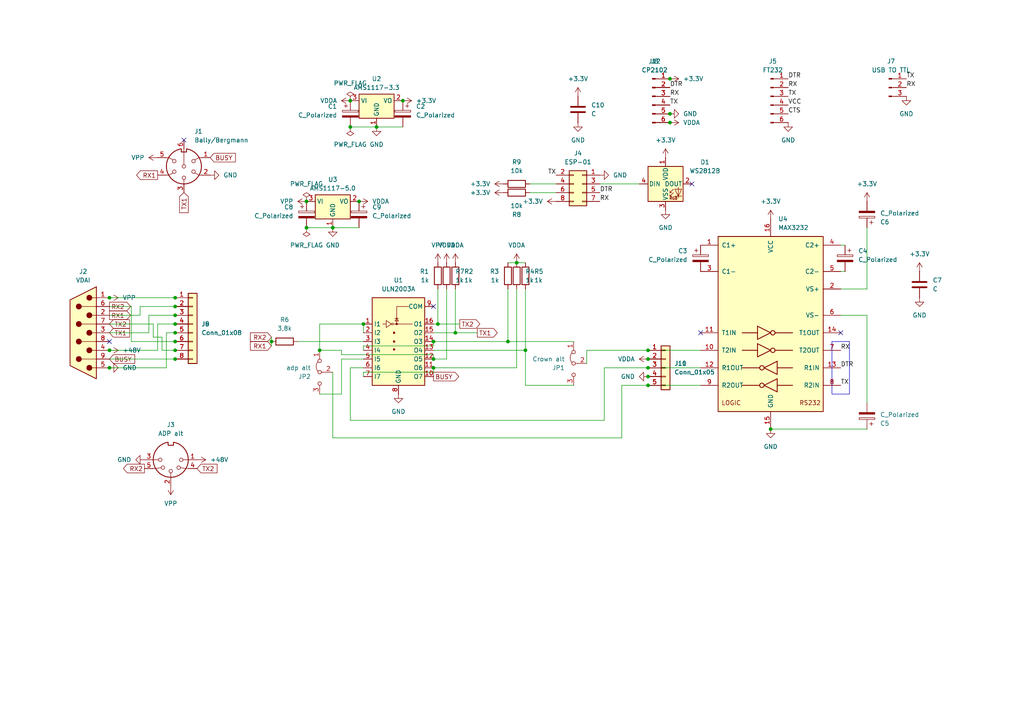
<source format=kicad_sch>
(kicad_sch (version 20231120) (generator "eeschema") (generator_version "8.0")
  (paper "A4")
  (lib_symbols
    (symbol "Connector:Conn_01x03_Pin" (pin_names (offset 1.016) hide)
      (property "Reference" "J" (at 0 5.08 0))
      (property "Value" "Conn_01x03_Pin" (at 0 -5.08 0))
      (symbol "Conn_01x03_Pin_1_1"
        (pin passive line (at 5.08 2.54 180) (length 3.81) (name "Pin_1") (number "1"))
        (pin passive line (at 5.08 0 180) (length 3.81) (name "Pin_2") (number "2"))
        (pin passive line (at 5.08 -2.54 180) (length 3.81) (name "Pin_3") (number "3"))
      )
    )
    (symbol "Connector:Conn_01x06_Pin" (pin_names (offset 1.016) hide)
      (property "Reference" "J" (at 0 7.62 0))
      (property "Value" "Conn_01x06_Pin" (at 0 -10.16 0))
      (symbol "Conn_01x06_Pin_1_1"
        (pin passive line (at 5.08 5.08 180) (length 3.81) (name "Pin_1") (number "1"))
        (pin passive line (at 5.08 2.54 180) (length 3.81) (name "Pin_2") (number "2"))
        (pin passive line (at 5.08 0 180) (length 3.81) (name "Pin_3") (number "3"))
        (pin passive line (at 5.08 -2.54 180) (length 3.81) (name "Pin_4") (number "4"))
        (pin passive line (at 5.08 -5.08 180) (length 3.81) (name "Pin_5") (number "5"))
        (pin passive line (at 5.08 -7.62 180) (length 3.81) (name "Pin_6") (number "6"))
      )
    )
    (symbol "Connector:DE9_Plug" (pin_names (offset 1.016) hide)
      (property "Reference" "J" (at 0 13.97 0))
      (property "Value" "DE9_Plug" (at 0 -14.605 0))
      (symbol "DE9_Plug_1_1"
        (pin passive line (at -7.62 -10.16 0) (length 3.81) (name "1") (number "1"))
        (pin passive line (at -7.62 -5.08 0) (length 3.81) (name "2") (number "2"))
        (pin passive line (at -7.62 0 0) (length 3.81) (name "3") (number "3"))
        (pin passive line (at -7.62 5.08 0) (length 3.81) (name "4") (number "4"))
        (pin passive line (at -7.62 10.16 0) (length 3.81) (name "5") (number "5"))
        (pin passive line (at -7.62 -7.62 0) (length 3.81) (name "6") (number "6"))
        (pin passive line (at -7.62 -2.54 0) (length 3.81) (name "7") (number "7"))
        (pin passive line (at -7.62 2.54 0) (length 3.81) (name "8") (number "8"))
        (pin passive line (at -7.62 7.62 0) (length 3.81) (name "9") (number "9"))
      )
    )
    (symbol "Connector:DIN-5_180degree" (pin_names (offset 1.016))
      (property "Reference" "J" (at 3.175 5.715 0))
      (property "Value" "DIN-5_180degree" (at 0 -6.35 0))
      (symbol "DIN-5_180degree_1_1"
        (pin passive line (at -7.62 0 0) (length 2.54) (name "~") (number "1"))
        (pin passive line (at 0 7.62 270) (length 2.54) (name "~") (number "2"))
        (pin passive line (at 7.62 0 180) (length 2.54) (name "~") (number "3"))
        (pin passive line (at -7.62 2.54 0) (length 2.54) (name "~") (number "4"))
        (pin passive line (at 7.62 2.54 180) (length 2.54) (name "~") (number "5"))
      )
    )
    (symbol "Connector:DIN-6" (pin_names (offset 1.016))
      (property "Reference" "J" (at 3.175 5.715 0))
      (property "Value" "DIN-6" (at 4.445 -4.445 0))
      (symbol "DIN-6_1_1"
        (pin passive line (at -7.62 -2.54 0) (length 2.54) (name "~") (number "1"))
        (pin passive line (at -7.62 2.54 0) (length 2.54) (name "~") (number "2"))
        (pin passive line (at 0 7.62 270) (length 2.54) (name "~") (number "3"))
        (pin passive line (at 7.62 2.54 180) (length 2.54) (name "~") (number "4"))
        (pin passive line (at 7.62 -2.54 180) (length 2.54) (name "~") (number "5"))
        (pin passive line (at 0 -7.62 90) (length 2.54) (name "~") (number "6"))
      )
    )
    (symbol "Connector_Generic:Conn_01x05" (pin_names (offset 1.016) hide)
      (property "Reference" "J" (at 0 7.62 0))
      (property "Value" "Conn_01x05" (at 0 -7.62 0))
      (symbol "Conn_01x05_1_1"
        (pin passive line (at -5.08 5.08 0) (length 3.81) (name "Pin_1") (number "1"))
        (pin passive line (at -5.08 2.54 0) (length 3.81) (name "Pin_2") (number "2"))
        (pin passive line (at -5.08 0 0) (length 3.81) (name "Pin_3") (number "3"))
        (pin passive line (at -5.08 -2.54 0) (length 3.81) (name "Pin_4") (number "4"))
        (pin passive line (at -5.08 -5.08 0) (length 3.81) (name "Pin_5") (number "5"))
      )
    )
    (symbol "Connector_Generic:Conn_01x08" (pin_names (offset 1.016) hide)
      (property "Reference" "J" (at 0 10.16 0))
      (property "Value" "Conn_01x08" (at 0 -12.7 0))
      (symbol "Conn_01x08_1_1"
        (pin passive line (at -5.08 7.62 0) (length 3.81) (name "Pin_1") (number "1"))
        (pin passive line (at -5.08 5.08 0) (length 3.81) (name "Pin_2") (number "2"))
        (pin passive line (at -5.08 2.54 0) (length 3.81) (name "Pin_3") (number "3"))
        (pin passive line (at -5.08 0 0) (length 3.81) (name "Pin_4") (number "4"))
        (pin passive line (at -5.08 -2.54 0) (length 3.81) (name "Pin_5") (number "5"))
        (pin passive line (at -5.08 -5.08 0) (length 3.81) (name "Pin_6") (number "6"))
        (pin passive line (at -5.08 -7.62 0) (length 3.81) (name "Pin_7") (number "7"))
        (pin passive line (at -5.08 -10.16 0) (length 3.81) (name "Pin_8") (number "8"))
      )
    )
    (symbol "Connector_Generic:Conn_02x04_Odd_Even" (pin_names (offset 1.016) hide)
      (property "Reference" "J" (at 1.27 5.08 0))
      (property "Value" "Conn_02x04_Odd_Even" (at 1.27 -7.62 0))
      (symbol "Conn_02x04_Odd_Even_1_1"
        (pin passive line (at -5.08 2.54 0) (length 3.81) (name "Pin_1") (number "1"))
        (pin passive line (at 7.62 2.54 180) (length 3.81) (name "Pin_2") (number "2"))
        (pin passive line (at -5.08 0 0) (length 3.81) (name "Pin_3") (number "3"))
        (pin passive line (at 7.62 0 180) (length 3.81) (name "Pin_4") (number "4"))
        (pin passive line (at -5.08 -2.54 0) (length 3.81) (name "Pin_5") (number "5"))
        (pin passive line (at 7.62 -2.54 180) (length 3.81) (name "Pin_6") (number "6"))
        (pin passive line (at -5.08 -5.08 0) (length 3.81) (name "Pin_7") (number "7"))
        (pin passive line (at 7.62 -5.08 180) (length 3.81) (name "Pin_8") (number "8"))
      )
    )
    (symbol "Device:C" (pin_numbers hide) (pin_names (offset 0.254))
      (property "Reference" "C" (at 0.635 2.54 0))
      (property "Value" "C" (at 0.635 -2.54 0))
      (symbol "C_1_1"
        (pin passive line (at 0 3.81 270) (length 2.794) (name "~") (number "1"))
        (pin passive line (at 0 -3.81 90) (length 2.794) (name "~") (number "2"))
      )
    )
    (symbol "Device:C_Polarized" (pin_numbers hide) (pin_names (offset 0.254))
      (property "Reference" "C" (at 0.635 2.54 0))
      (property "Value" "C_Polarized" (at 0.635 -2.54 0))
      (symbol "C_Polarized_1_1"
        (pin passive line (at 0 3.81 270) (length 2.794) (name "~") (number "1"))
        (pin passive line (at 0 -3.81 90) (length 2.794) (name "~") (number "2"))
      )
    )
    (symbol "Device:R" (pin_numbers hide) (pin_names (offset 0))
      (property "Reference" "R" (at 2.032 0 90))
      (property "Value" "R" (at 0 0 90))
      (symbol "R_1_1"
        (pin passive line (at 0 3.81 270) (length 1.27) (name "~") (number "1"))
        (pin passive line (at 0 -3.81 90) (length 1.27) (name "~") (number "2"))
      )
    )
    (symbol "Interface_UART:MAX3232" (pin_names (offset 1.016))
      (property "Reference" "U" (at -2.54 28.575 0))
      (property "Value" "MAX3232" (at -2.54 26.67 0))
      (symbol "MAX3232_0_0"
        (text "LOGIC" (at -11.43 -22.86 0) (effects (font (size 1.27 1.27))))
        (text "RS232" (at 11.43 -22.86 0) (effects (font (size 1.27 1.27))))
      )
      (symbol "MAX3232_1_1"
        (pin passive line (at -20.32 22.86 0) (length 5.08) (name "C1+") (number "1"))
        (pin input line (at -20.32 -7.62 0) (length 5.08) (name "T2IN") (number "10"))
        (pin input line (at -20.32 -2.54 0) (length 5.08) (name "T1IN") (number "11"))
        (pin output line (at -20.32 -12.7 0) (length 5.08) (name "R1OUT") (number "12"))
        (pin input line (at 20.32 -12.7 180) (length 5.08) (name "R1IN") (number "13"))
        (pin output line (at 20.32 -2.54 180) (length 5.08) (name "T1OUT") (number "14"))
        (pin power_in line (at 0 -30.48 90) (length 5.08) (name "GND") (number "15"))
        (pin power_in line (at 0 30.48 270) (length 5.08) (name "VCC") (number "16"))
        (pin power_out line (at 20.32 10.16 180) (length 5.08) (name "VS+") (number "2"))
        (pin passive line (at -20.32 15.24 0) (length 5.08) (name "C1-") (number "3"))
        (pin passive line (at 20.32 22.86 180) (length 5.08) (name "C2+") (number "4"))
        (pin passive line (at 20.32 15.24 180) (length 5.08) (name "C2-") (number "5"))
        (pin power_out line (at 20.32 2.54 180) (length 5.08) (name "VS-") (number "6"))
        (pin output line (at 20.32 -7.62 180) (length 5.08) (name "T2OUT") (number "7"))
        (pin input line (at 20.32 -17.78 180) (length 5.08) (name "R2IN") (number "8"))
        (pin output line (at -20.32 -17.78 0) (length 5.08) (name "R2OUT") (number "9"))
      )
    )
    (symbol "Jumper:Jumper_3_Bridged12" (pin_names (offset 0) hide) (exclude_from_sim yes) (in_bom no)
      (property "Reference" "JP" (at -2.54 -2.54 0))
      (property "Value" "Jumper_3_Bridged12" (at 0 2.794 0))
      (symbol "Jumper_3_Bridged12_1_1"
        (pin passive line (at -6.35 0 0) (length 2.54) (name "A") (number "1"))
        (pin passive line (at 0 -3.81 90) (length 2.54) (name "C") (number "2"))
        (pin passive line (at 6.35 0 180) (length 2.54) (name "B") (number "3"))
      )
    )
    (symbol "LED:WS2812B" (pin_names (offset 0.254))
      (property "Reference" "D" (at 5.08 5.715 0))
      (property "Value" "WS2812B" (at 1.27 -5.715 0))
      (symbol "WS2812B_0_0"
        (text "RGB" (at 2.286 -4.191 0) (effects (font (size 0.762 0.762))))
      )
      (symbol "WS2812B_1_1"
        (pin power_in line (at 0 7.62 270) (length 2.54) (name "VDD") (number "1"))
        (pin output line (at 7.62 0 180) (length 2.54) (name "DOUT") (number "2"))
        (pin power_in line (at 0 -7.62 90) (length 2.54) (name "VSS") (number "3"))
        (pin input line (at -7.62 0 0) (length 2.54) (name "DIN") (number "4"))
      )
    )
    (symbol "Regulator_Linear:AMS1117-3.3"
      (property "Reference" "U" (at -3.81 3.175 0))
      (property "Value" "AMS1117-3.3" (at 0 3.175 0))
      (symbol "AMS1117-3.3_1_1"
        (pin power_in line (at 0 -7.62 90) (length 2.54) (name "GND") (number "1"))
        (pin power_out line (at 7.62 0 180) (length 2.54) (name "VO") (number "2"))
        (pin power_in line (at -7.62 0 0) (length 2.54) (name "VI") (number "3"))
      )
    )
    (symbol "Regulator_Linear:AMS1117-5.0"
      (property "Reference" "U" (at -3.81 3.175 0))
      (property "Value" "AMS1117-5.0" (at 0 3.175 0))
      (symbol "AMS1117-5.0_1_1"
        (pin power_in line (at 0 -7.62 90) (length 2.54) (name "GND") (number "1"))
        (pin power_out line (at 7.62 0 180) (length 2.54) (name "VO") (number "2"))
        (pin power_in line (at -7.62 0 0) (length 2.54) (name "VI") (number "3"))
      )
    )
    (symbol "Transistor_Array:ULN2003A"
      (property "Reference" "U" (at 0 15.875 0))
      (property "Value" "ULN2003A" (at 0 13.97 0))
      (symbol "ULN2003A_1_1"
        (pin input line (at -10.16 5.08 0) (length 2.54) (name "I1") (number "1"))
        (pin open_collector line (at 10.16 -10.16 180) (length 2.54) (name "O7") (number "10"))
        (pin open_collector line (at 10.16 -7.62 180) (length 2.54) (name "O6") (number "11"))
        (pin open_collector line (at 10.16 -5.08 180) (length 2.54) (name "O5") (number "12"))
        (pin open_collector line (at 10.16 -2.54 180) (length 2.54) (name "O4") (number "13"))
        (pin open_collector line (at 10.16 0 180) (length 2.54) (name "O3") (number "14"))
        (pin open_collector line (at 10.16 2.54 180) (length 2.54) (name "O2") (number "15"))
        (pin open_collector line (at 10.16 5.08 180) (length 2.54) (name "O1") (number "16"))
        (pin input line (at -10.16 2.54 0) (length 2.54) (name "I2") (number "2"))
        (pin input line (at -10.16 0 0) (length 2.54) (name "I3") (number "3"))
        (pin input line (at -10.16 -2.54 0) (length 2.54) (name "I4") (number "4"))
        (pin input line (at -10.16 -5.08 0) (length 2.54) (name "I5") (number "5"))
        (pin input line (at -10.16 -7.62 0) (length 2.54) (name "I6") (number "6"))
        (pin input line (at -10.16 -10.16 0) (length 2.54) (name "I7") (number "7"))
        (pin power_in line (at 0 -15.24 90) (length 2.54) (name "GND") (number "8"))
        (pin passive line (at 10.16 10.16 180) (length 2.54) (name "COM") (number "9"))
      )
    )
    (symbol "power:+3.3V" (power) (pin_numbers hide) (pin_names (offset 0) hide)
      (property "Value" "+3.3V" (at 0 3.556 0))
      (symbol "+3.3V_1_1"
        (pin power_in line (at 0 0 90) (length 0) (name "~") (number "1"))
      )
    )
    (symbol "power:+48V" (power) (pin_numbers hide) (pin_names (offset 0) hide)
      (property "Value" "+48V" (at 0 3.556 0))
      (symbol "+48V_1_1"
        (pin power_in line (at 0 0 90) (length 0) (name "~") (number "1"))
      )
    )
    (symbol "power:GND" (power) (pin_numbers hide) (pin_names (offset 0) hide)
      (property "Value" "GND" (at 0 -3.81 0))
      (symbol "GND_1_1"
        (pin power_in line (at 0 0 270) (length 0) (name "~") (number "1"))
      )
    )
    (symbol "power:PWR_FLAG" (power) (pin_numbers hide) (pin_names (offset 0) hide)
      (property "Value" "PWR_FLAG" (at 0 3.81 0))
      (symbol "PWR_FLAG_0_0"
        (pin power_out line (at 0 0 90) (length 0) (name "~") (number "1"))
      )
    )
    (symbol "power:VDDA" (power) (pin_numbers hide) (pin_names (offset 0) hide)
      (property "Value" "VDDA" (at 0 3.556 0))
      (symbol "VDDA_1_1"
        (pin power_in line (at 0 0 90) (length 0) (name "~") (number "1"))
      )
    )
    (symbol "power:VPP" (power) (pin_numbers hide) (pin_names (offset 0) hide)
      (property "Value" "VPP" (at 0 3.556 0))
      (symbol "VPP_1_1"
        (pin power_in line (at 0 0 90) (length 0) (name "~") (number "1"))
      )
    )
  )
  (junction (at 88.9 58.42))
  (junction (at 78.74 99.06))
  (junction (at 101.6 36.83))
  (junction (at 31.75 101.6))
  (junction (at 31.75 106.68))
  (junction (at 187.96 109.22))
  (junction (at 88.9 66.04))
  (junction (at 50.8 96.52))
  (junction (at 125.73 99.06))
  (junction (at 187.96 104.14))
  (junction (at 96.52 66.04))
  (junction (at 194.31 33.02))
  (junction (at 50.8 91.44))
  (junction (at 50.8 93.98))
  (junction (at 50.8 88.9))
  (junction (at 50.8 104.14))
  (junction (at 147.32 99.06))
  (junction (at 104.14 58.42))
  (junction (at 194.31 22.86))
  (junction (at 109.22 36.83))
  (junction (at 149.86 76.2))
  (junction (at 125.73 104.14))
  (junction (at 127 93.98))
  (junction (at 152.4 101.6))
  (junction (at 92.71 101.6))
  (junction (at 132.08 96.52))
  (junction (at 125.73 106.68))
  (junction (at 187.96 111.76))
  (junction (at 194.31 35.56))
  (junction (at 105.41 93.98))
  (junction (at 50.8 101.6))
  (junction (at 31.75 86.36))
  (junction (at 223.52 124.46))
  (junction (at 101.6 29.21))
  (junction (at 187.96 106.68))
  (junction (at 116.84 29.21))
  (junction (at 50.8 99.06))
  (junction (at 187.96 101.6))
  (junction (at 50.8 86.36))
  (no_connect (at 53.34 40.64))
  (no_connect (at 125.73 88.9))
  (no_connect (at 200.66 53.34))
  (no_connect (at 31.75 99.06))
  (no_connect (at 203.2 96.52))
  (no_connect (at 243.84 96.52))
  (wire (pts (xy 166.37 111.76) (xy 152.4 111.76)))
  (wire (pts (xy 125.73 106.68) (xy 149.86 106.68)))
  (wire (pts (xy 101.6 121.92) (xy 101.6 106.68)))
  (wire (pts (xy 46.99 101.6) (xy 50.8 101.6)))
  (wire (pts (xy 99.06 104.14) (xy 99.06 114.3)))
  (wire (pts (xy 105.41 107.95) (xy 125.73 107.95)))
  (wire (pts (xy 147.32 76.2) (xy 149.86 76.2)))
  (wire (pts (xy 99.06 102.87) (xy 99.06 101.6)))
  (wire (pts (xy 105.41 109.22) (xy 105.41 107.95)))
  (wire (pts (xy 127 93.98) (xy 125.73 93.98)))
  (wire (pts (xy 251.46 83.82) (xy 251.46 66.04)))
  (wire (pts (xy 125.73 100.33) (xy 125.73 99.06)))
  (wire (pts (xy 45.72 93.98) (xy 45.72 101.6)))
  (wire (pts (xy 101.6 36.83) (xy 109.22 36.83)))
  (wire (pts (xy 251.46 91.44) (xy 243.84 91.44)))
  (wire (pts (xy 105.41 101.6) (xy 105.41 100.33)))
  (wire (pts (xy 44.45 97.79) (xy 46.99 97.79)))
  (wire (pts (xy 153.67 53.34) (xy 161.29 53.34)))
  (wire (pts (xy 129.54 83.82) (xy 129.54 104.14)))
  (wire (pts (xy 132.08 83.82) (xy 132.08 96.52)))
  (wire (pts (xy 92.71 101.6) (xy 92.71 93.98)))
  (wire (pts (xy 223.52 124.46) (xy 251.46 124.46)))
  (wire (pts (xy 125.73 102.87) (xy 99.06 102.87)))
  (wire (pts (xy 173.99 53.34) (xy 185.42 53.34)))
  (wire (pts (xy 187.96 106.68) (xy 175.26 106.68)))
  (wire (pts (xy 43.18 91.44) (xy 43.18 96.52)))
  (wire (pts (xy 152.4 111.76) (xy 152.4 101.6)))
  (wire (pts (xy 180.34 111.76) (xy 187.96 111.76)))
  (wire (pts (xy 50.8 88.9) (xy 40.64 88.9)))
  (wire (pts (xy 245.11 78.74) (xy 243.84 78.74)))
  (wire (pts (xy 125.73 104.14) (xy 125.73 102.87)))
  (wire (pts (xy 96.52 66.04) (xy 104.14 66.04)))
  (wire (pts (xy 243.84 83.82) (xy 251.46 83.82)))
  (wire (pts (xy 180.34 127) (xy 96.52 127)))
  (wire (pts (xy 152.4 101.6) (xy 152.4 83.82)))
  (wire (pts (xy 125.73 107.95) (xy 125.73 106.68)))
  (wire (pts (xy 44.45 93.98) (xy 44.45 97.79)))
  (wire (pts (xy 127 83.82) (xy 127 93.98)))
  (wire (pts (xy 125.73 96.52) (xy 132.08 96.52)))
  (wire (pts (xy 96.52 127) (xy 96.52 107.95)))
  (wire (pts (xy 50.8 91.44) (xy 43.18 91.44)))
  (wire (pts (xy 132.08 96.52) (xy 138.43 96.52)))
  (wire (pts (xy 203.2 101.6) (xy 187.96 101.6)))
  (wire (pts (xy 99.06 101.6) (xy 92.71 101.6)))
  (wire (pts (xy 78.74 99.06) (xy 78.74 100.33)))
  (wire (pts (xy 46.99 97.79) (xy 46.99 101.6)))
  (wire (pts (xy 31.75 106.68) (xy 48.26 106.68)))
  (wire (pts (xy 50.8 99.06) (xy 38.1 99.06)))
  (wire (pts (xy 105.41 93.98) (xy 105.41 96.52)))
  (wire (pts (xy 149.86 76.2) (xy 152.4 76.2)))
  (wire (pts (xy 38.1 88.9) (xy 31.75 88.9)))
  (wire (pts (xy 153.67 55.88) (xy 161.29 55.88)))
  (wire (pts (xy 105.41 104.14) (xy 99.06 104.14)))
  (wire (pts (xy 31.75 86.36) (xy 50.8 86.36)))
  (wire (pts (xy 88.9 66.04) (xy 96.52 66.04)))
  (wire (pts (xy 251.46 116.84) (xy 251.46 91.44)))
  (wire (pts (xy 187.96 101.6) (xy 170.18 101.6)))
  (wire (pts (xy 175.26 121.92) (xy 101.6 121.92)))
  (wire (pts (xy 105.41 100.33) (xy 125.73 100.33)))
  (wire (pts (xy 92.71 93.98) (xy 105.41 93.98)))
  (wire (pts (xy 50.8 96.52) (xy 48.26 96.52)))
  (wire (pts (xy 187.96 111.76) (xy 203.2 111.76)))
  (wire (pts (xy 203.2 106.68) (xy 187.96 106.68)))
  (wire (pts (xy 40.64 91.44) (xy 31.75 91.44)))
  (wire (pts (xy 50.8 93.98) (xy 45.72 93.98)))
  (wire (pts (xy 125.73 99.06) (xy 147.32 99.06)))
  (wire (pts (xy 78.74 97.79) (xy 78.74 99.06)))
  (wire (pts (xy 101.6 106.68) (xy 105.41 106.68)))
  (wire (pts (xy 147.32 99.06) (xy 166.37 99.06)))
  (wire (pts (xy 245.11 71.12) (xy 243.84 71.12)))
  (wire (pts (xy 43.18 96.52) (xy 31.75 96.52)))
  (wire (pts (xy 40.64 88.9) (xy 40.64 91.44)))
  (wire (pts (xy 180.34 111.76) (xy 180.34 127)))
  (wire (pts (xy 127 93.98) (xy 133.35 93.98)))
  (wire (pts (xy 99.06 114.3) (xy 92.71 114.3)))
  (wire (pts (xy 109.22 36.83) (xy 116.84 36.83)))
  (wire (pts (xy 125.73 101.6) (xy 152.4 101.6)))
  (wire (pts (xy 86.36 99.06) (xy 105.41 99.06)))
  (wire (pts (xy 31.75 93.98) (xy 44.45 93.98)))
  (wire (pts (xy 175.26 106.68) (xy 175.26 121.92)))
  (wire (pts (xy 149.86 106.68) (xy 149.86 83.82)))
  (wire (pts (xy 48.26 96.52) (xy 48.26 106.68)))
  (wire (pts (xy 147.32 99.06) (xy 147.32 83.82)))
  (wire (pts (xy 38.1 99.06) (xy 38.1 88.9)))
  (wire (pts (xy 170.18 101.6) (xy 170.18 105.41)))
  (wire (pts (xy 31.75 101.6) (xy 45.72 101.6)))
  (wire (pts (xy 129.54 104.14) (xy 125.73 104.14)))
  (wire (pts (xy 31.75 104.14) (xy 50.8 104.14)))
  (rectangle (start 241.3 99.06) (end 246.38 114.3))
  (label "TX" (at 194.31 30.48 0))
  (label "TX" (at 243.84 111.76 0))
  (label "DTR" (at 228.6 22.86 0))
  (label "RX" (at 228.6 25.4 0))
  (label "DTR" (at 243.84 106.68 0))
  (label "TX" (at 161.29 50.8 180))
  (label "DTR" (at 173.99 55.88 0))
  (label "CTS" (at 228.6 33.02 0))
  (label "TX" (at 228.6 27.94 0))
  (label "TX" (at 262.89 22.86 0))
  (label "RX" (at 194.31 27.94 0))
  (label "VCC" (at 228.6 30.48 0))
  (label "RX" (at 173.99 58.42 0))
  (label "DTR" (at 194.31 25.4 0))
  (label "RX" (at 262.89 25.4 0))
  (label "RX" (at 243.84 101.6 0))
  (global_label "RX2" (shape input) (at 78.74 97.79 180) (property "Intersheetrefs" "${INTERSHEET_REFS}" (effects (hide yes))))
  (global_label "BUSY" (shape output) (at 125.73 109.22 0) (property "Intersheetrefs" "${INTERSHEET_REFS}" (effects (hide yes))))
  (global_label "RX2" (shape output) (at 41.91 135.89 180) (property "Intersheetrefs" "${INTERSHEET_REFS}" (effects (hide yes))))
  (global_label "TX1" (shape input) (at 53.34 55.88 270) (property "Intersheetrefs" "${INTERSHEET_REFS}" (effects (hide yes))))
  (global_label "BUSY" (shape input) (at 31.75 104.14 0) (property "Intersheetrefs" "${INTERSHEET_REFS}" (effects (hide yes))))
  (global_label "TX2" (shape output) (at 133.35 93.98 0) (property "Intersheetrefs" "${INTERSHEET_REFS}" (effects (hide yes))))
  (global_label "TX1" (shape input) (at 31.75 96.52 0) (property "Intersheetrefs" "${INTERSHEET_REFS}" (effects (hide yes))))
  (global_label "RX1" (shape output) (at 45.72 50.8 180) (property "Intersheetrefs" "${INTERSHEET_REFS}" (effects (hide yes))))
  (global_label "RX2" (shape output) (at 31.75 88.9 0) (property "Intersheetrefs" "${INTERSHEET_REFS}" (effects (hide yes))))
  (global_label "RX1" (shape output) (at 31.75 91.44 0) (property "Intersheetrefs" "${INTERSHEET_REFS}" (effects (hide yes))))
  (global_label "TX2" (shape input) (at 57.15 135.89 0) (property "Intersheetrefs" "${INTERSHEET_REFS}" (effects (hide yes))))
  (global_label "TX1" (shape output) (at 138.43 96.52 0) (property "Intersheetrefs" "${INTERSHEET_REFS}" (effects (hide yes))))
  (global_label "BUSY" (shape input) (at 60.96 45.72 0) (property "Intersheetrefs" "${INTERSHEET_REFS}" (effects (hide yes))))
  (global_label "TX2" (shape input) (at 31.75 93.98 0) (property "Intersheetrefs" "${INTERSHEET_REFS}" (effects (hide yes))))
  (global_label "RX1" (shape input) (at 78.74 100.33 180) (property "Intersheetrefs" "${INTERSHEET_REFS}" (effects (hide yes))))
  (symbol (lib_id "power:+3.3V") (at 167.64 27.94 0) (unit 1)
    (property "Reference" "#PWR038" (effects (hide yes)))
    (property "Value" "+3.3V" (at 167.64 22.86 0))
    (property "Description" "Power symbol creates a global label with name \"+3.3V\"" (effects (hide yes)))
  )
  (symbol (lib_id "Device:R") (at 132.08 80.01 0) (unit 1)
    (property "Reference" "R2" (at 134.62 78.7399 0) (effects (justify left)))
    (property "Value" "1k" (at 134.62 81.2799 0) (effects (justify left)))
    (property "Footprint" "Resistor_SMD:R_0603_1608Metric" (effects (hide yes)))
    (property "Description" "Resistor" (effects (hide yes)))
  )
  (symbol (lib_id "power:GND") (at 262.89 27.94 0) (unit 1)
    (property "Reference" "#PWR025" (effects (hide yes)))
    (property "Value" "GND" (at 262.89 33.02 0))
    (property "Description" "Power symbol creates a global label with name \"GND\" , ground" (effects (hide yes)))
  )
  (symbol (lib_id "power:GND") (at 167.64 35.56 0) (unit 1)
    (property "Reference" "#PWR039" (effects (hide yes)))
    (property "Value" "GND" (at 167.64 40.64 0))
    (property "Description" "Power symbol creates a global label with name \"GND\" , ground" (effects (hide yes)))
  )
  (symbol (lib_id "Device:C_Polarized") (at 251.46 120.65 180) (unit 1)
    (property "Reference" "C5" (at 255.27 122.8091 0) (effects (justify right)))
    (property "Value" "C_Polarized" (at 255.27 120.2691 0) (effects (justify right)))
    (property "Footprint" "Capacitor_Tantalum_SMD:CP_EIA-3528-15_AVX-H" (effects (hide yes)))
    (property "Description" "Polarized capacitor" (effects (hide yes)))
  )
  (symbol (lib_id "Device:R") (at 149.86 53.34 90) (unit 1)
    (property "Reference" "R9" (at 149.86 46.99 90))
    (property "Value" "10k" (at 149.86 49.53 90))
    (property "Footprint" "Resistor_SMD:R_0603_1608Metric" (effects (hide yes)))
    (property "Description" "Resistor" (effects (hide yes)))
  )
  (symbol (lib_id "power:GND") (at 60.96 50.8 90) (unit 1)
    (property "Reference" "#PWR02" (effects (hide yes)))
    (property "Value" "GND" (at 64.77 50.7999 90) (effects (justify right)))
    (property "Description" "Power symbol creates a global label with name \"GND\" , ground" (effects (hide yes)))
  )
  (symbol (lib_id "Connector_Generic:Conn_01x08") (at 55.88 93.98 0) (unit 1)
    (property "Reference" "J9" (at 58.42 93.9799 0) (effects (justify left)))
    (property "Value" "Conn_01x08" (at 58.42 96.5199 0) (effects (justify left)))
    (property "Footprint" "Connector_PinHeader_2.54mm:PinHeader_1x08_P2.54mm_Vertical" (effects (hide yes)))
    (property "Description" "Generic connector, single row, 01x08, script generated (kicad-library-utils/schlib/autogen/connector/)" (effects (hide yes)))
  )
  (symbol (lib_id "power:PWR_FLAG") (at 101.6 29.21 0) (unit 1)
    (property "Reference" "#FLG01" (effects (hide yes)))
    (property "Value" "PWR_FLAG" (at 101.6 24.13 0))
    (property "Description" "Special symbol for telling ERC where power comes from" (effects (hide yes)))
  )
  (symbol (lib_id "Transistor_Array:ULN2003A") (at 115.57 99.06 0) (unit 1)
    (property "Reference" "U1" (at 115.57 81.28 0))
    (property "Value" "ULN2003A" (at 115.57 83.82 0))
    (property "Footprint" "Package_SO:SOP-16_3.9x9.9mm_P1.27mm" (effects (hide yes)))
    (property "Datasheet" "http://www.ti.com/lit/ds/symlink/uln2003a.pdf" (effects (hide yes)))
    (property "Description" "High Voltage, High Current Darlington Transistor Arrays, SOIC16/SOIC16W/DIP16/TSSOP16" (effects (hide yes)))
  )
  (symbol (lib_id "power:VDDA") (at 194.31 35.56 270) (unit 1)
    (property "Reference" "#PWR027" (effects (hide yes)))
    (property "Value" "VDDA" (at 198.12 35.5599 90) (effects (justify left)))
    (property "Description" "Power symbol creates a global label with name \"VDDA\"" (effects (hide yes)))
  )
  (symbol (lib_id "power:VPP") (at 49.53 140.97 180) (unit 1)
    (property "Reference" "#PWR07" (effects (hide yes)))
    (property "Value" "VPP" (at 49.53 146.05 0))
    (property "Description" "Power symbol creates a global label with name \"VPP\"" (effects (hide yes)))
  )
  (symbol (lib_id "Device:R") (at 149.86 80.01 0) (unit 1)
    (property "Reference" "R4" (at 152.4 78.7399 0) (effects (justify left)))
    (property "Value" "1k" (at 152.4 81.2799 0) (effects (justify left)))
    (property "Footprint" "Resistor_SMD:R_0603_1608Metric" (effects (hide yes)))
    (property "Description" "Resistor" (effects (hide yes)))
  )
  (symbol (lib_id "Connector_Generic:Conn_01x05") (at 193.04 106.68 0) (unit 1)
    (property "Reference" "J11" (at 195.58 105.4099 0) (effects (justify left)))
    (property "Value" "Conn_01x05" (at 195.58 107.9499 0) (effects (justify left)))
    (property "Footprint" "Connector_PinHeader_2.54mm:PinHeader_1x05_P2.54mm_Vertical" (effects (hide yes)))
    (property "Description" "Generic connector, single row, 01x05, script generated (kicad-library-utils/schlib/autogen/connector/)" (effects (hide yes)))
  )
  (symbol (lib_id "power:GND") (at 223.52 124.46 0) (unit 1)
    (property "Reference" "#PWR017" (effects (hide yes)))
    (property "Value" "GND" (at 223.52 129.54 0))
    (property "Description" "Power symbol creates a global label with name \"GND\" , ground" (effects (hide yes)))
  )
  (symbol (lib_id "Connector:DIN-5_180degree") (at 49.53 133.35 180) (unit 1)
    (property "Reference" "J3" (at 49.5299 123.19 0))
    (property "Value" "ADP alt" (at 49.5299 125.73 0))
    (property "Footprint" "DIN:DIN41524" (effects (hide yes)))
    (property "Datasheet" "http://www.mouser.com/ds/2/18/40_c091_abd_e-75918.pdf" (effects (hide yes)))
    (property "Description" "5-pin DIN connector (5-pin DIN-5 stereo)" (effects (hide yes)))
  )
  (symbol (lib_id "power:VPP") (at 31.75 86.36 270) (unit 1)
    (property "Reference" "#PWR03" (effects (hide yes)))
    (property "Value" "VPP" (at 35.56 86.3599 90) (effects (justify left)))
    (property "Description" "Power symbol creates a global label with name \"VPP\"" (effects (hide yes)))
  )
  (symbol (lib_id "power:GND") (at 31.75 106.68 90) (unit 1)
    (property "Reference" "#PWR05" (effects (hide yes)))
    (property "Value" "GND" (at 35.56 106.6799 90) (effects (justify right)))
    (property "Description" "Power symbol creates a global label with name \"GND\" , ground" (effects (hide yes)))
  )
  (symbol (lib_id "Device:C_Polarized") (at 101.6 33.02 0) (unit 1)
    (property "Reference" "C1" (at 97.79 30.8609 0) (effects (justify right)))
    (property "Value" "C_Polarized" (at 97.79 33.4009 0) (effects (justify right)))
    (property "Footprint" "Capacitor_Tantalum_SMD:CP_EIA-3528-15_AVX-H" (effects (hide yes)))
    (property "Description" "Polarized capacitor" (effects (hide yes)))
  )
  (symbol (lib_id "Connector:Conn_01x06_Pin") (at 189.23 27.94 0) (unit 1)
    (property "Reference" "J12" (at 189.865 17.78 0))
    (property "Value" "CP2102" (at 189.865 20.32 0))
    (property "Footprint" "Connector_PinHeader_2.54mm:PinHeader_1x06_P2.54mm_Vertical" (effects (hide yes)))
    (property "Description" "Generic connector, single row, 01x06, script generated" (effects (hide yes)))
  )
  (symbol (lib_id "Device:C") (at 167.64 31.75 0) (unit 1)
    (property "Reference" "C10" (at 171.45 30.4799 0) (effects (justify left)))
    (property "Value" "C" (at 171.45 33.0199 0) (effects (justify left)))
    (property "Footprint" "Capacitor_SMD:C_0603_1608Metric" (effects (hide yes)))
    (property "Description" "Unpolarized capacitor" (effects (hide yes)))
  )
  (symbol (lib_id "power:VDDA") (at 187.96 104.14 90) (unit 1)
    (property "Reference" "#PWR037" (effects (hide yes)))
    (property "Value" "VDDA" (at 184.15 104.1399 90) (effects (justify left)))
    (property "Description" "Power symbol creates a global label with name \"VDDA\"" (effects (hide yes)))
  )
  (symbol (lib_id "power:GND") (at 173.99 50.8 90) (unit 1)
    (property "Reference" "#PWR032" (effects (hide yes)))
    (property "Value" "GND" (at 177.8 50.7999 90) (effects (justify right)))
    (property "Description" "Power symbol creates a global label with name \"GND\" , ground" (effects (hide yes)))
  )
  (symbol (lib_id "power:PWR_FLAG") (at 88.9 58.42 0) (unit 1)
    (property "Reference" "#FLG03" (effects (hide yes)))
    (property "Value" "PWR_FLAG" (at 88.9 53.34 0))
    (property "Description" "Special symbol for telling ERC where power comes from" (effects (hide yes)))
  )
  (symbol (lib_id "Device:C_Polarized") (at 251.46 62.23 180) (unit 1)
    (property "Reference" "C6" (at 255.27 64.3891 0) (effects (justify right)))
    (property "Value" "C_Polarized" (at 255.27 61.8491 0) (effects (justify right)))
    (property "Footprint" "Capacitor_Tantalum_SMD:CP_EIA-3528-15_AVX-H" (effects (hide yes)))
    (property "Description" "Polarized capacitor" (effects (hide yes)))
  )
  (symbol (lib_id "power:+3.3V") (at 161.29 58.42 90) (unit 1)
    (property "Reference" "#PWR031" (effects (hide yes)))
    (property "Value" "+3.3V" (at 157.48 58.4199 90) (effects (justify left)))
    (property "Description" "Power symbol creates a global label with name \"+3.3V\"" (effects (hide yes)))
  )
  (symbol (lib_id "Jumper:Jumper_3_Bridged12") (at 92.71 107.95 90) (mirror x) (unit 1) (exclude_from_sim yes) (in_bom no)
    (property "Reference" "JP2" (at 90.17 109.2201 90) (effects (justify left)))
    (property "Value" "adp alt" (at 90.17 106.6801 90) (effects (justify left)))
    (property "Footprint" "Connector_PinHeader_2.54mm:PinHeader_1x03_P2.54mm_Vertical" (effects (hide yes)))
    (property "Description" "Jumper, 3-pole, pins 1+2 closed/bridged" (effects (hide yes)))
  )
  (symbol (lib_id "Connector:DE9_Plug") (at 24.13 96.52 180) (unit 1)
    (property "Reference" "J2" (at 24.13 78.74 0))
    (property "Value" "VDAI" (at 24.13 81.28 0))
    (property "Footprint" "Connector_Dsub:DSUB-9_Male_EdgeMount_P2.77mm" (effects (hide yes)))
    (property "Description" "9-pin male plug pin D-SUB connector" (effects (hide yes)))
  )
  (symbol (lib_id "Device:C_Polarized") (at 88.9 62.23 0) (unit 1)
    (property "Reference" "C8" (at 85.09 60.0709 0) (effects (justify right)))
    (property "Value" "C_Polarized" (at 85.09 62.6109 0) (effects (justify right)))
    (property "Footprint" "Capacitor_Tantalum_SMD:CP_EIA-3528-15_AVX-H" (effects (hide yes)))
    (property "Description" "Polarized capacitor" (effects (hide yes)))
  )
  (symbol (lib_id "power:+3.3V") (at 251.46 58.42 0) (unit 1)
    (property "Reference" "#PWR018" (effects (hide yes)))
    (property "Value" "+3.3V" (at 251.46 53.34 0))
    (property "Description" "Power symbol creates a global label with name \"+3.3V\"" (effects (hide yes)))
  )
  (symbol (lib_id "power:+3.3V") (at 194.31 22.86 270) (unit 1)
    (property "Reference" "#PWR028" (effects (hide yes)))
    (property "Value" "+3.3V" (at 198.12 22.8599 90) (effects (justify left)))
    (property "Description" "Power symbol creates a global label with name \"+3.3V\"" (effects (hide yes)))
  )
  (symbol (lib_id "Connector:Conn_01x06_Pin") (at 223.52 27.94 0) (unit 1)
    (property "Reference" "J5" (at 224.155 17.78 0))
    (property "Value" "FT232" (at 224.155 20.32 0))
    (property "Footprint" "Connector_PinSocket_2.54mm:PinSocket_1x06_P2.54mm_Vertical" (effects (hide yes)))
    (property "Description" "Generic connector, single row, 01x06, script generated" (effects (hide yes)))
  )
  (symbol (lib_id "power:+48V") (at 57.15 133.35 270) (unit 1)
    (property "Reference" "#PWR08" (effects (hide yes)))
    (property "Value" "+48V" (at 60.96 133.3499 90) (effects (justify left)))
    (property "Description" "Power symbol creates a global label with name \"+48V\"" (effects (hide yes)))
  )
  (symbol (lib_id "power:GND") (at 193.04 60.96 0) (unit 1)
    (property "Reference" "#PWR023" (effects (hide yes)))
    (property "Value" "GND" (at 193.04 66.04 0))
    (property "Description" "Power symbol creates a global label with name \"GND\" , ground" (effects (hide yes)))
  )
  (symbol (lib_id "Connector:Conn_01x03_Pin") (at 257.81 25.4 0) (unit 1)
    (property "Reference" "J7" (at 258.445 17.78 0))
    (property "Value" "USB TO TTL" (at 258.445 20.32 0))
    (property "Footprint" "Connector_PinSocket_2.54mm:PinSocket_1x03_P2.54mm_Vertical" (effects (hide yes)))
    (property "Description" "Generic connector, single row, 01x03, script generated" (effects (hide yes)))
  )
  (symbol (lib_id "power:VPP") (at 88.9 58.42 90) (unit 1)
    (property "Reference" "#PWR029" (effects (hide yes)))
    (property "Value" "VPP" (at 85.09 58.4199 90) (effects (justify left)))
    (property "Description" "Power symbol creates a global label with name \"VPP\"" (effects (hide yes)))
  )
  (symbol (lib_id "power:VPP") (at 127 76.2 0) (unit 1)
    (property "Reference" "#PWR013" (effects (hide yes)))
    (property "Value" "VPP" (at 127 71.12 0))
    (property "Description" "Power symbol creates a global label with name \"VPP\"" (effects (hide yes)))
  )
  (symbol (lib_id "power:GND") (at 96.52 66.04 0) (unit 1)
    (property "Reference" "#PWR030" (effects (hide yes)))
    (property "Value" "GND" (at 96.52 71.12 0))
    (property "Description" "Power symbol creates a global label with name \"GND\" , ground" (effects (hide yes)))
  )
  (symbol (lib_id "power:VDDA") (at 104.14 58.42 270) (unit 1)
    (property "Reference" "#PWR035" (effects (hide yes)))
    (property "Value" "VDDA" (at 107.95 58.4199 90) (effects (justify left)))
    (property "Description" "Power symbol creates a global label with name \"VDDA\"" (effects (hide yes)))
  )
  (symbol (lib_id "power:+3.3V") (at 146.05 53.34 90) (unit 1)
    (property "Reference" "#PWR034" (effects (hide yes)))
    (property "Value" "+3.3V" (at 142.24 53.3399 90) (effects (justify left)))
    (property "Description" "Power symbol creates a global label with name \"+3.3V\"" (effects (hide yes)))
  )
  (symbol (lib_id "Device:R") (at 147.32 80.01 0) (mirror y) (unit 1)
    (property "Reference" "R3" (at 144.78 78.7399 0) (effects (justify left)))
    (property "Value" "1k" (at 144.78 81.2799 0) (effects (justify left)))
    (property "Footprint" "Resistor_SMD:R_0603_1608Metric" (effects (hide yes)))
    (property "Description" "Resistor" (effects (hide yes)))
  )
  (symbol (lib_id "Device:C_Polarized") (at 116.84 33.02 0) (mirror y) (unit 1)
    (property "Reference" "C2" (at 120.65 30.8609 0) (effects (justify right)))
    (property "Value" "C_Polarized" (at 120.65 33.4009 0) (effects (justify right)))
    (property "Footprint" "Capacitor_Tantalum_SMD:CP_EIA-3528-15_AVX-H" (effects (hide yes)))
    (property "Description" "Polarized capacitor" (effects (hide yes)))
  )
  (symbol (lib_id "Connector_Generic:Conn_02x04_Odd_Even") (at 168.91 53.34 0) (mirror y) (unit 1)
    (property "Reference" "J4" (at 167.64 44.45 0))
    (property "Value" "ESP-01" (at 167.64 46.99 0))
    (property "Footprint" "Connector_PinSocket_2.54mm:PinSocket_2x04_P2.54mm_Vertical" (effects (hide yes)))
    (property "Description" "Generic connector, double row, 02x04, odd/even pin numbering scheme (row 1 odd numbers, row 2 even numbers), script generated (kicad-library-utils/schlib/autogen/connector/)" (effects (hide yes)))
  )
  (symbol (lib_id "Device:C_Polarized") (at 104.14 62.23 0) (mirror y) (unit 1)
    (property "Reference" "C9" (at 107.95 60.0709 0) (effects (justify right)))
    (property "Value" "C_Polarized" (at 107.95 62.6109 0) (effects (justify right)))
    (property "Footprint" "Capacitor_Tantalum_SMD:CP_EIA-3528-15_AVX-H" (effects (hide yes)))
    (property "Description" "Polarized capacitor" (effects (hide yes)))
  )
  (symbol (lib_id "power:GND") (at 41.91 133.35 270) (unit 1)
    (property "Reference" "#PWR06" (effects (hide yes)))
    (property "Value" "GND" (at 38.1 133.3499 90) (effects (justify right)))
    (property "Description" "Power symbol creates a global label with name \"GND\" , ground" (effects (hide yes)))
  )
  (symbol (lib_id "power:VDDA") (at 129.54 76.2 0) (unit 1)
    (property "Reference" "#PWR014" (effects (hide yes)))
    (property "Value" "VDDA" (at 129.54 71.12 0))
    (property "Description" "Power symbol creates a global label with name \"VDDA\"" (effects (hide yes)))
  )
  (symbol (lib_id "Connector_Generic:Conn_01x08") (at 55.88 93.98 0) (unit 1)
    (property "Reference" "J6" (at 58.42 93.9799 0) (effects (justify left)))
    (property "Value" "Conn_01x08" (at 58.42 96.5199 0) (effects (justify left)))
    (property "Footprint" "Connector_PinHeader_2.54mm:PinHeader_1x08_P2.54mm_Vertical" (effects (hide yes)))
    (property "Description" "Generic connector, single row, 01x08, script generated (kicad-library-utils/schlib/autogen/connector/)" (effects (hide yes)))
  )
  (symbol (lib_id "Interface_UART:MAX3232") (at 223.52 93.98 0) (unit 1)
    (property "Reference" "U4" (at 225.7141 63.5 0) (effects (justify left)))
    (property "Value" "MAX3232" (at 225.7141 66.04 0) (effects (justify left)))
    (property "Footprint" "Package_SO:SOP-16_3.9x9.9mm_P1.27mm" (effects (hide yes)))
    (property "Datasheet" "https://datasheets.maximintegrated.com/en/ds/MAX3222-MAX3241.pdf" (effects (hide yes)))
    (property "Description" "3.0V to 5.5V, Low-Power, up to 1Mbps, True RS-232 Transceivers Using Four 0.1μF External Capacitors" (effects (hide yes)))
  )
  (symbol (lib_id "Connector:DIN-6") (at 53.34 48.26 180) (unit 1)
    (property "Reference" "J1" (at 56.3565 38.1 0) (effects (justify right)))
    (property "Value" "Bally/Bergmann" (at 56.3565 40.64 0) (effects (justify right)))
    (property "Footprint" "DIN:DIN45322" (effects (hide yes)))
    (property "Datasheet" "http://www.mouser.com/ds/2/18/40_c091_abd_e-75918.pdf" (effects (hide yes)))
    (property "Description" "6-pin DIN connector" (effects (hide yes)))
  )
  (symbol (lib_id "power:GND") (at 228.6 35.56 0) (unit 1)
    (property "Reference" "#PWR021" (effects (hide yes)))
    (property "Value" "GND" (at 228.6 40.64 0))
    (property "Description" "Power symbol creates a global label with name \"GND\" , ground" (effects (hide yes)))
  )
  (symbol (lib_id "Device:R") (at 129.54 80.01 0) (unit 1)
    (property "Reference" "R7" (at 132.08 78.7399 0) (effects (justify left)))
    (property "Value" "1k" (at 132.08 81.2799 0) (effects (justify left)))
    (property "Footprint" "Resistor_SMD:R_0603_1608Metric" (effects (hide yes)))
    (property "Description" "Resistor" (effects (hide yes)))
  )
  (symbol (lib_id "power:GND") (at 187.96 109.22 270) (unit 1)
    (property "Reference" "#PWR036" (effects (hide yes)))
    (property "Value" "GND" (at 184.15 109.2199 90) (effects (justify right)))
    (property "Description" "Power symbol creates a global label with name \"GND\" , ground" (effects (hide yes)))
  )
  (symbol (lib_id "Device:C") (at 266.7 82.55 0) (unit 1)
    (property "Reference" "C7" (at 270.51 81.2799 0) (effects (justify left)))
    (property "Value" "C" (at 270.51 83.8199 0) (effects (justify left)))
    (property "Footprint" "Capacitor_SMD:C_0603_1608Metric" (effects (hide yes)))
    (property "Description" "Unpolarized capacitor" (effects (hide yes)))
  )
  (symbol (lib_id "power:PWR_FLAG") (at 88.9 66.04 180) (unit 1)
    (property "Reference" "#FLG04" (effects (hide yes)))
    (property "Value" "PWR_FLAG" (at 88.9 71.12 0))
    (property "Description" "Special symbol for telling ERC where power comes from" (effects (hide yes)))
  )
  (symbol (lib_id "power:VDDA") (at 149.86 76.2 0) (unit 1)
    (property "Reference" "#PWR015" (effects (hide yes)))
    (property "Value" "VDDA" (at 149.86 71.12 0))
    (property "Description" "Power symbol creates a global label with name \"VDDA\"" (effects (hide yes)))
  )
  (symbol (lib_id "Jumper:Jumper_3_Bridged12") (at 166.37 105.41 90) (mirror x) (unit 1) (exclude_from_sim yes) (in_bom no)
    (property "Reference" "JP1" (at 163.83 106.6801 90) (effects (justify left)))
    (property "Value" "Crown alt" (at 163.83 104.1401 90) (effects (justify left)))
    (property "Footprint" "Connector_PinHeader_2.54mm:PinHeader_1x03_P2.54mm_Vertical" (effects (hide yes)))
    (property "Description" "Jumper, 3-pole, pins 1+2 closed/bridged" (effects (hide yes)))
  )
  (symbol (lib_id "power:VDDA") (at 101.6 29.21 90) (unit 1)
    (property "Reference" "#PWR010" (effects (hide yes)))
    (property "Value" "VDDA" (at 97.79 29.2099 90) (effects (justify left)))
    (property "Description" "Power symbol creates a global label with name \"VDDA\"" (effects (hide yes)))
  )
  (symbol (lib_id "Device:R") (at 127 80.01 0) (mirror y) (unit 1)
    (property "Reference" "R1" (at 124.46 78.7399 0) (effects (justify left)))
    (property "Value" "1k" (at 124.46 81.2799 0) (effects (justify left)))
    (property "Footprint" "Resistor_SMD:R_0603_1608Metric" (effects (hide yes)))
    (property "Description" "Resistor" (effects (hide yes)))
  )
  (symbol (lib_id "power:GND") (at 194.31 33.02 90) (unit 1)
    (property "Reference" "#PWR026" (effects (hide yes)))
    (property "Value" "GND" (at 198.12 33.0199 90) (effects (justify right)))
    (property "Description" "Power symbol creates a global label with name \"GND\" , ground" (effects (hide yes)))
  )
  (symbol (lib_id "power:+3.3V") (at 266.7 78.74 0) (unit 1)
    (property "Reference" "#PWR019" (effects (hide yes)))
    (property "Value" "+3.3V" (at 266.7 73.66 0))
    (property "Description" "Power symbol creates a global label with name \"+3.3V\"" (effects (hide yes)))
  )
  (symbol (lib_id "Connector:Conn_01x06_Pin") (at 189.23 27.94 0) (unit 1)
    (property "Reference" "J8" (at 189.865 17.78 0))
    (property "Value" "CP2102" (at 189.865 20.32 0))
    (property "Footprint" "Connector_PinHeader_2.54mm:PinHeader_1x06_P2.54mm_Vertical" (effects (hide yes)))
    (property "Description" "Generic connector, single row, 01x06, script generated" (effects (hide yes)))
  )
  (symbol (lib_id "power:VPP") (at 45.72 45.72 90) (unit 1)
    (property "Reference" "#PWR01" (effects (hide yes)))
    (property "Value" "VPP" (at 41.91 45.7199 90) (effects (justify left)))
    (property "Description" "Power symbol creates a global label with name \"VPP\"" (effects (hide yes)))
  )
  (symbol (lib_id "Connector_Generic:Conn_01x05") (at 193.04 106.68 0) (unit 1)
    (property "Reference" "J10" (at 195.58 105.4099 0) (effects (justify left)))
    (property "Value" "Conn_01x05" (at 195.58 107.9499 0) (effects (justify left)))
    (property "Footprint" "Connector_PinHeader_2.54mm:PinHeader_1x05_P2.54mm_Vertical" (effects (hide yes)))
    (property "Description" "Generic connector, single row, 01x05, script generated (kicad-library-utils/schlib/autogen/connector/)" (effects (hide yes)))
  )
  (symbol (lib_id "power:GND") (at 109.22 36.83 0) (unit 1)
    (property "Reference" "#PWR09" (effects (hide yes)))
    (property "Value" "GND" (at 109.22 41.91 0))
    (property "Description" "Power symbol creates a global label with name \"GND\" , ground" (effects (hide yes)))
  )
  (symbol (lib_id "power:PWR_FLAG") (at 101.6 36.83 180) (unit 1)
    (property "Reference" "#FLG02" (effects (hide yes)))
    (property "Value" "PWR_FLAG" (at 101.6 41.91 0))
    (property "Description" "Special symbol for telling ERC where power comes from" (effects (hide yes)))
  )
  (symbol (lib_id "power:+3.3V") (at 116.84 29.21 270) (unit 1)
    (property "Reference" "#PWR011" (effects (hide yes)))
    (property "Value" "+3.3V" (at 120.65 29.2099 90) (effects (justify left)))
    (property "Description" "Power symbol creates a global label with name \"+3.3V\"" (effects (hide yes)))
  )
  (symbol (lib_id "power:GND") (at 115.57 114.3 0) (unit 1)
    (property "Reference" "#PWR012" (effects (hide yes)))
    (property "Value" "GND" (at 115.57 119.38 0))
    (property "Description" "Power symbol creates a global label with name \"GND\" , ground" (effects (hide yes)))
  )
  (symbol (lib_id "power:GND") (at 266.7 86.36 0) (unit 1)
    (property "Reference" "#PWR020" (effects (hide yes)))
    (property "Value" "GND" (at 266.7 91.44 0))
    (property "Description" "Power symbol creates a global label with name \"GND\" , ground" (effects (hide yes)))
  )
  (symbol (lib_id "power:+3.3V") (at 193.04 45.72 0) (unit 1)
    (property "Reference" "#PWR024" (effects (hide yes)))
    (property "Value" "+3.3V" (at 193.04 40.64 0))
    (property "Description" "Power symbol creates a global label with name \"+3.3V\"" (effects (hide yes)))
  )
  (symbol (lib_id "power:VDDA") (at 132.08 76.2 0) (unit 1)
    (property "Reference" "#PWR022" (effects (hide yes)))
    (property "Value" "VDDA" (at 132.08 71.12 0))
    (property "Description" "Power symbol creates a global label with name \"VDDA\"" (effects (hide yes)))
  )
  (symbol (lib_id "Device:C_Polarized") (at 245.11 74.93 0) (mirror y) (unit 1)
    (property "Reference" "C4" (at 248.92 72.7709 0) (effects (justify right)))
    (property "Value" "C_Polarized" (at 248.92 75.3109 0) (effects (justify right)))
    (property "Footprint" "Capacitor_Tantalum_SMD:CP_EIA-3528-15_AVX-H" (effects (hide yes)))
    (property "Description" "Polarized capacitor" (effects (hide yes)))
  )
  (symbol (lib_id "power:+3.3V") (at 146.05 55.88 90) (unit 1)
    (property "Reference" "#PWR033" (effects (hide yes)))
    (property "Value" "+3.3V" (at 142.24 55.8799 90) (effects (justify left)))
    (property "Description" "Power symbol creates a global label with name \"+3.3V\"" (effects (hide yes)))
  )
  (symbol (lib_id "power:+3.3V") (at 223.52 63.5 0) (unit 1)
    (property "Reference" "#PWR016" (effects (hide yes)))
    (property "Value" "+3.3V" (at 223.52 58.42 0))
    (property "Description" "Power symbol creates a global label with name \"+3.3V\"" (effects (hide yes)))
  )
  (symbol (lib_id "Regulator_Linear:AMS1117-5.0") (at 96.52 58.42 0) (unit 1)
    (property "Reference" "U3" (at 96.52 52.07 0))
    (property "Value" "AMS1117-5.0" (at 96.52 54.61 0))
    (property "Footprint" "Package_TO_SOT_SMD:SOT-223-3_TabPin2" (effects (hide yes)))
    (property "Datasheet" "http://www.advanced-monolithic.com/pdf/ds1117.pdf" (effects (hide yes)))
    (property "Description" "1A Low Dropout regulator, positive, 5.0V fixed output, SOT-223" (effects (hide yes)))
  )
  (symbol (lib_id "Device:R") (at 82.55 99.06 90) (unit 1)
    (property "Reference" "R6" (at 82.55 92.71 90))
    (property "Value" "3,8k" (at 82.55 95.25 90))
    (property "Footprint" "Resistor_SMD:R_0603_1608Metric" (effects (hide yes)))
    (property "Description" "Resistor" (effects (hide yes)))
  )
  (symbol (lib_id "Device:R") (at 152.4 80.01 0) (unit 1)
    (property "Reference" "R5" (at 154.94 78.7399 0) (effects (justify left)))
    (property "Value" "1k" (at 154.94 81.2799 0) (effects (justify left)))
    (property "Footprint" "Resistor_SMD:R_0603_1608Metric" (effects (hide yes)))
    (property "Description" "Resistor" (effects (hide yes)))
  )
  (symbol (lib_id "power:+48V") (at 31.75 101.6 270) (unit 1)
    (property "Reference" "#PWR04" (effects (hide yes)))
    (property "Value" "+48V" (at 35.56 101.5999 90) (effects (justify left)))
    (property "Description" "Power symbol creates a global label with name \"+48V\"" (effects (hide yes)))
  )
  (symbol (lib_id "Device:R") (at 149.86 55.88 90) (mirror x) (unit 1)
    (property "Reference" "R8" (at 149.86 62.23 90))
    (property "Value" "10k" (at 149.86 59.69 90))
    (property "Footprint" "Resistor_SMD:R_0603_1608Metric" (effects (hide yes)))
    (property "Description" "Resistor" (effects (hide yes)))
  )
  (symbol (lib_id "Regulator_Linear:AMS1117-3.3") (at 109.22 29.21 0) (unit 1)
    (property "Reference" "U2" (at 109.22 22.86 0))
    (property "Value" "AMS1117-3.3" (at 109.22 25.4 0))
    (property "Footprint" "Package_TO_SOT_SMD:SOT-223-3_TabPin2" (effects (hide yes)))
    (property "Datasheet" "http://www.advanced-monolithic.com/pdf/ds1117.pdf" (effects (hide yes)))
    (property "Description" "1A Low Dropout regulator, positive, 3.3V fixed output, SOT-223" (effects (hide yes)))
  )
  (symbol (lib_id "Device:C_Polarized") (at 203.2 74.93 0) (unit 1)
    (property "Reference" "C3" (at 199.39 72.7709 0) (effects (justify right)))
    (property "Value" "C_Polarized" (at 199.39 75.3109 0) (effects (justify right)))
    (property "Footprint" "Capacitor_Tantalum_SMD:CP_EIA-3528-15_AVX-H" (effects (hide yes)))
    (property "Description" "Polarized capacitor" (effects (hide yes)))
  )
  (symbol (lib_id "LED:WS2812B") (at 193.04 53.34 0) (unit 1)
    (property "Reference" "D1" (at 204.47 47.0214 0))
    (property "Value" "WS2812B" (at 204.47 49.5614 0))
    (property "Footprint" "LED_SMD:LED_WS2812B_PLCC4_5.0x5.0mm_P3.2mm" (effects (hide yes)))
    (property "Datasheet" "https://cdn-shop.adafruit.com/datasheets/WS2812B.pdf" (effects (hide yes)))
    (property "Description" "RGB LED with integrated controller" (effects (hide yes)))
  )
)
</source>
